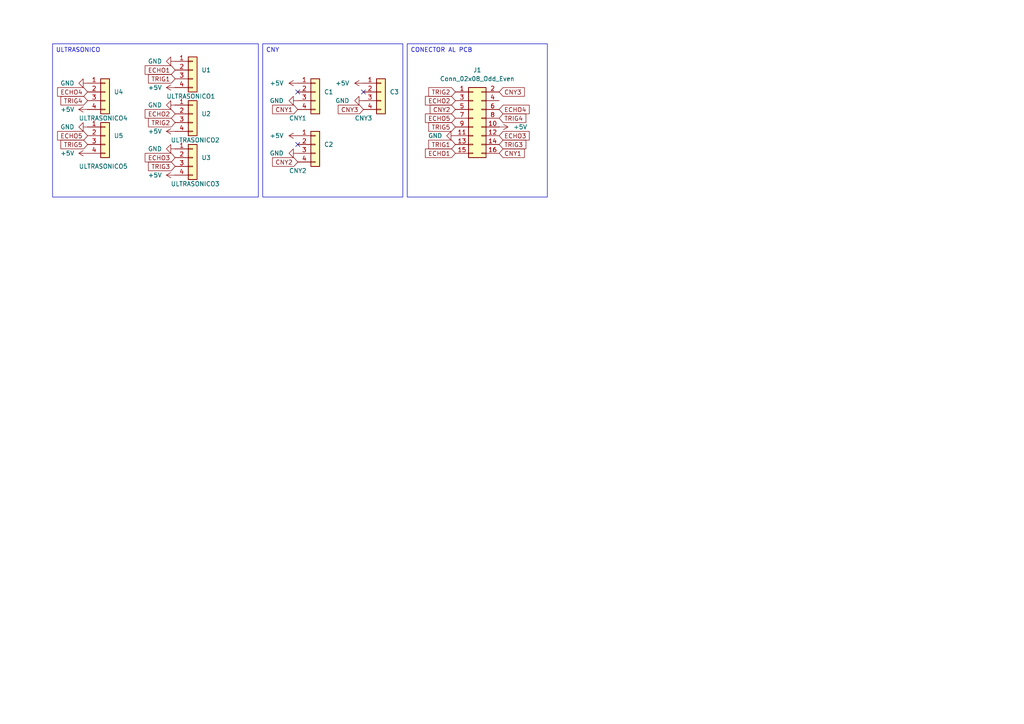
<source format=kicad_sch>
(kicad_sch (version 20231120) (generator "eeschema") (generator_version "8.0")
  (paper "A4")
  (lib_symbols
    (symbol "Connector_Generic:Conn_01x04" (pin_names (offset 1.016) hide)
      (property "Reference" "J" (at 0 5.08 0))
      (property "Value" "Conn_01x04" (at 0 -7.62 0))
      (symbol "Conn_01x04_1_1"
        (rectangle (start -1.27 -4.953) (end 0 -5.207) (stroke (width 0.1524)))
        (rectangle (start -1.27 -2.413) (end 0 -2.667) (stroke (width 0.1524)))
        (rectangle (start -1.27 0.127) (end 0 -0.127) (stroke (width 0.1524)))
        (rectangle (start -1.27 2.667) (end 0 2.413) (stroke (width 0.1524)))
        (rectangle (start -1.27 3.81) (end 1.27 -6.35) (stroke (width 0.254)) (fill (type background)))
        (pin passive line (at -5.08 2.54 0) (length 3.81) (name "Pin_1") (number "1"))
        (pin passive line (at -5.08 0 0) (length 3.81) (name "Pin_2") (number "2"))
        (pin passive line (at -5.08 -2.54 0) (length 3.81) (name "Pin_3") (number "3"))
        (pin passive line (at -5.08 -5.08 0) (length 3.81) (name "Pin_4") (number "4"))
      )
    )
    (symbol "Connector_Generic:Conn_02x08_Odd_Even" (pin_names (offset 1.016) hide)
      (property "Reference" "J" (at 1.27 10.16 0))
      (property "Value" "Conn_02x08_Odd_Even" (at 1.27 -12.7 0))
      (symbol "Conn_02x08_Odd_Even_1_1"
        (rectangle (start -1.27 -10.033) (end 0 -10.287) (stroke (width 0.1524)))
        (rectangle (start -1.27 -7.493) (end 0 -7.747) (stroke (width 0.1524)))
        (rectangle (start -1.27 -4.953) (end 0 -5.207) (stroke (width 0.1524)))
        (rectangle (start -1.27 -2.413) (end 0 -2.667) (stroke (width 0.1524)))
        (rectangle (start -1.27 0.127) (end 0 -0.127) (stroke (width 0.1524)))
        (rectangle (start -1.27 2.667) (end 0 2.413) (stroke (width 0.1524)))
        (rectangle (start -1.27 5.207) (end 0 4.953) (stroke (width 0.1524)))
        (rectangle (start -1.27 7.747) (end 0 7.493) (stroke (width 0.1524)))
        (rectangle (start -1.27 8.89) (end 3.81 -11.43) (stroke (width 0.254)) (fill (type background)))
        (rectangle (start 3.81 -10.033) (end 2.54 -10.287) (stroke (width 0.1524)))
        (rectangle (start 3.81 -7.493) (end 2.54 -7.747) (stroke (width 0.1524)))
        (rectangle (start 3.81 -4.953) (end 2.54 -5.207) (stroke (width 0.1524)))
        (rectangle (start 3.81 -2.413) (end 2.54 -2.667) (stroke (width 0.1524)))
        (rectangle (start 3.81 0.127) (end 2.54 -0.127) (stroke (width 0.1524)))
        (rectangle (start 3.81 2.667) (end 2.54 2.413) (stroke (width 0.1524)))
        (rectangle (start 3.81 5.207) (end 2.54 4.953) (stroke (width 0.1524)))
        (rectangle (start 3.81 7.747) (end 2.54 7.493) (stroke (width 0.1524)))
        (pin passive line (at -5.08 7.62 0) (length 3.81) (name "Pin_1") (number "1"))
        (pin passive line (at 7.62 -2.54 180) (length 3.81) (name "Pin_10") (number "10"))
        (pin passive line (at -5.08 -5.08 0) (length 3.81) (name "Pin_11") (number "11"))
        (pin passive line (at 7.62 -5.08 180) (length 3.81) (name "Pin_12") (number "12"))
        (pin passive line (at -5.08 -7.62 0) (length 3.81) (name "Pin_13") (number "13"))
        (pin passive line (at 7.62 -7.62 180) (length 3.81) (name "Pin_14") (number "14"))
        (pin passive line (at -5.08 -10.16 0) (length 3.81) (name "Pin_15") (number "15"))
        (pin passive line (at 7.62 -10.16 180) (length 3.81) (name "Pin_16") (number "16"))
        (pin passive line (at 7.62 7.62 180) (length 3.81) (name "Pin_2") (number "2"))
        (pin passive line (at -5.08 5.08 0) (length 3.81) (name "Pin_3") (number "3"))
        (pin passive line (at 7.62 5.08 180) (length 3.81) (name "Pin_4") (number "4"))
        (pin passive line (at -5.08 2.54 0) (length 3.81) (name "Pin_5") (number "5"))
        (pin passive line (at 7.62 2.54 180) (length 3.81) (name "Pin_6") (number "6"))
        (pin passive line (at -5.08 0 0) (length 3.81) (name "Pin_7") (number "7"))
        (pin passive line (at 7.62 0 180) (length 3.81) (name "Pin_8") (number "8"))
        (pin passive line (at -5.08 -2.54 0) (length 3.81) (name "Pin_9") (number "9"))
      )
    )
    (symbol "power:+5V" (power) (pin_numbers hide) (pin_names (offset 0) hide)
      (property "Value" "+5V" (at 0 3.556 0))
      (symbol "+5V_0_1"
        (polyline (pts (xy -0.762 1.27) (xy 0 2.54)))
        (polyline (pts (xy 0 0) (xy 0 2.54)))
        (polyline (pts (xy 0 2.54) (xy 0.762 1.27)))
      )
      (symbol "+5V_1_1"
        (pin power_in line (at 0 0 90) (length 0) (name "~") (number "1"))
      )
    )
    (symbol "power:GND" (power) (pin_numbers hide) (pin_names (offset 0) hide)
      (property "Value" "GND" (at 0 -3.81 0))
      (symbol "GND_0_1"
        (polyline (pts (xy 0 0) (xy 0 -1.27) (xy 1.27 -1.27) (xy 0 -2.54) (xy -1.27 -1.27) (xy 0 -1.27)))
      )
      (symbol "GND_1_1"
        (pin power_in line (at 0 0 270) (length 0) (name "~") (number "1"))
      )
    )
  )
  (no_connect (at 105.41 26.67))
  (no_connect (at 86.36 41.91))
  (no_connect (at 86.36 26.67))
  (text_box "CONECTOR AL PCB" (at 118.11 12.7 0) (size 40.64 44.45) (effects (font (size 1.27 1.27)) (justify left top)))
  (text_box "ULTRASONICO" (at 15.24 12.7 0) (size 59.69 44.45) (effects (font (size 1.27 1.27)) (justify left top)))
  (text_box "CNY" (at 76.2 12.7 0) (size 40.64 44.45) (effects (font (size 1.27 1.27)) (justify left top)))
  (global_label "ECHO1" (shape input) (at 50.8 20.32 180) (property "Intersheetrefs" "${INTERSHEET_REFS}" (effects (hide yes))))
  (global_label "TRIG1" (shape input) (at 50.8 22.86 180) (property "Intersheetrefs" "${INTERSHEET_REFS}" (effects (hide yes))))
  (global_label "CNY3" (shape input) (at 144.78 26.67 0) (property "Intersheetrefs" "${INTERSHEET_REFS}" (effects (hide yes))))
  (global_label "TRIG3" (shape input) (at 50.8 48.26 180) (property "Intersheetrefs" "${INTERSHEET_REFS}" (effects (hide yes))))
  (global_label "TRIG5" (shape input) (at 25.4 41.91 180) (property "Intersheetrefs" "${INTERSHEET_REFS}" (effects (hide yes))))
  (global_label "TRIG2" (shape input) (at 50.8 35.56 180) (property "Intersheetrefs" "${INTERSHEET_REFS}" (effects (hide yes))))
  (global_label "CNY2" (shape input) (at 86.36 46.99 180) (property "Intersheetrefs" "${INTERSHEET_REFS}" (effects (hide yes))))
  (global_label "CNY3" (shape input) (at 105.41 31.75 180) (property "Intersheetrefs" "${INTERSHEET_REFS}" (effects (hide yes))))
  (global_label "TRIG3" (shape input) (at 144.78 41.91 0) (property "Intersheetrefs" "${INTERSHEET_REFS}" (effects (hide yes))))
  (global_label "TRIG4" (shape input) (at 144.78 34.29 0) (property "Intersheetrefs" "${INTERSHEET_REFS}" (effects (hide yes))))
  (global_label "CNY1" (shape input) (at 144.78 44.45 0) (property "Intersheetrefs" "${INTERSHEET_REFS}" (effects (hide yes))))
  (global_label "ECHO2" (shape input) (at 132.08 29.21 180) (property "Intersheetrefs" "${INTERSHEET_REFS}" (effects (hide yes))))
  (global_label "ECHO4" (shape input) (at 25.4 26.67 180) (property "Intersheetrefs" "${INTERSHEET_REFS}" (effects (hide yes))))
  (global_label "ECHO3" (shape input) (at 144.78 39.37 0) (property "Intersheetrefs" "${INTERSHEET_REFS}" (effects (hide yes))))
  (global_label "TRIG5" (shape input) (at 132.08 36.83 180) (property "Intersheetrefs" "${INTERSHEET_REFS}" (effects (hide yes))))
  (global_label "ECHO4" (shape input) (at 144.78 31.75 0) (property "Intersheetrefs" "${INTERSHEET_REFS}" (effects (hide yes))))
  (global_label "ECHO2" (shape input) (at 50.8 33.02 180) (property "Intersheetrefs" "${INTERSHEET_REFS}" (effects (hide yes))))
  (global_label "ECHO5" (shape input) (at 25.4 39.37 180) (property "Intersheetrefs" "${INTERSHEET_REFS}" (effects (hide yes))))
  (global_label "TRIG4" (shape input) (at 25.4 29.21 180) (property "Intersheetrefs" "${INTERSHEET_REFS}" (effects (hide yes))))
  (global_label "CNY2" (shape input) (at 132.08 31.75 180) (property "Intersheetrefs" "${INTERSHEET_REFS}" (effects (hide yes))))
  (global_label "ECHO3" (shape input) (at 50.8 45.72 180) (property "Intersheetrefs" "${INTERSHEET_REFS}" (effects (hide yes))))
  (global_label "CNY1" (shape input) (at 86.36 31.75 180) (property "Intersheetrefs" "${INTERSHEET_REFS}" (effects (hide yes))))
  (global_label "TRIG1" (shape input) (at 132.08 41.91 180) (property "Intersheetrefs" "${INTERSHEET_REFS}" (effects (hide yes))))
  (global_label "ECHO5" (shape input) (at 132.08 34.29 180) (property "Intersheetrefs" "${INTERSHEET_REFS}" (effects (hide yes))))
  (global_label "ECHO1" (shape input) (at 132.08 44.45 180) (property "Intersheetrefs" "${INTERSHEET_REFS}" (effects (hide yes))))
  (global_label "TRIG2" (shape input) (at 132.08 26.67 180) (property "Intersheetrefs" "${INTERSHEET_REFS}" (effects (hide yes))))
  (symbol (lib_id "power:GND") (at 86.36 44.45 270) (unit 1)
    (property "Reference" "#PWR014" (effects (hide yes)))
    (property "Value" "GND" (at 82.296 44.4499 90) (effects (justify right)))
    (property "Description" "Power symbol creates a global label with name \"GND\" , ground" (effects (hide yes)))
  )
  (symbol (lib_id "power:GND") (at 50.8 17.78 270) (unit 1)
    (property "Reference" "#PWR01" (effects (hide yes)))
    (property "Value" "GND" (at 46.99 17.7799 90) (effects (justify right)))
    (property "Description" "Power symbol creates a global label with name \"GND\" , ground" (effects (hide yes)))
  )
  (symbol (lib_id "Connector_Generic:Conn_01x04") (at 91.44 41.91 0) (unit 1)
    (property "Reference" "C2" (at 93.98 41.9099 0) (effects (justify left)))
    (property "Value" "CNY2" (at 83.82 49.53 0) (effects (justify left)))
    (property "Footprint" "Connector_PinHeader_2.54mm:PinHeader_1x04_P2.54mm_Horizontal" (effects (hide yes)))
    (property "Description" "Generic connector, single row, 01x04, script generated (kicad-library-utils/schlib/autogen/connector/)" (effects (hide yes)))
  )
  (symbol (lib_id "Connector_Generic:Conn_01x04") (at 55.88 20.32 0) (unit 1)
    (property "Reference" "U1" (at 58.42 20.3199 0) (effects (justify left)))
    (property "Value" "ULTRASONICO1" (at 48.26 27.94 0) (effects (justify left)))
    (property "Footprint" "Connector_PinHeader_2.54mm:PinHeader_1x04_P2.54mm_Horizontal" (effects (hide yes)))
    (property "Description" "Generic connector, single row, 01x04, script generated (kicad-library-utils/schlib/autogen/connector/)" (effects (hide yes)))
  )
  (symbol (lib_id "power:GND") (at 86.36 29.21 270) (unit 1)
    (property "Reference" "#PWR012" (effects (hide yes)))
    (property "Value" "GND" (at 82.296 29.2099 90) (effects (justify right)))
    (property "Description" "Power symbol creates a global label with name \"GND\" , ground" (effects (hide yes)))
  )
  (symbol (lib_id "Connector_Generic:Conn_01x04") (at 55.88 33.02 0) (unit 1)
    (property "Reference" "U2" (at 58.42 33.0199 0) (effects (justify left)))
    (property "Value" "ULTRASONICO2" (at 49.53 40.64 0) (effects (justify left)))
    (property "Footprint" "Connector_PinHeader_2.54mm:PinHeader_1x04_P2.54mm_Horizontal" (effects (hide yes)))
    (property "Description" "Generic connector, single row, 01x04, script generated (kicad-library-utils/schlib/autogen/connector/)" (effects (hide yes)))
  )
  (symbol (lib_id "Connector_Generic:Conn_02x08_Odd_Even") (at 137.16 34.29 0) (unit 1)
    (property "Reference" "J1" (at 138.43 20.32 0))
    (property "Value" "Conn_02x08_Odd_Even" (at 138.43 22.86 0))
    (property "Footprint" "Connector_PinHeader_2.54mm:PinHeader_2x08_P2.54mm_Horizontal" (effects (hide yes)))
    (property "Description" "Generic connector, double row, 02x08, odd/even pin numbering scheme (row 1 odd numbers, row 2 even numbers), script generated (kicad-library-utils/schlib/autogen/connector/)" (effects (hide yes)))
  )
  (symbol (lib_id "power:+5V") (at 25.4 31.75 90) (unit 1)
    (property "Reference" "#PWR010" (effects (hide yes)))
    (property "Value" "+5V" (at 21.59 31.7499 90) (effects (justify left)))
    (property "Description" "Power symbol creates a global label with name \"+5V\"" (effects (hide yes)))
  )
  (symbol (lib_id "power:GND") (at 25.4 36.83 270) (unit 1)
    (property "Reference" "#PWR07" (effects (hide yes)))
    (property "Value" "GND" (at 21.59 36.8299 90) (effects (justify right)))
    (property "Description" "Power symbol creates a global label with name \"GND\" , ground" (effects (hide yes)))
  )
  (symbol (lib_id "power:+5V") (at 50.8 38.1 90) (unit 1)
    (property "Reference" "#PWR04" (effects (hide yes)))
    (property "Value" "+5V" (at 46.99 38.0999 90) (effects (justify left)))
    (property "Description" "Power symbol creates a global label with name \"+5V\"" (effects (hide yes)))
  )
  (symbol (lib_id "power:+5V") (at 105.41 24.13 90) (unit 1)
    (property "Reference" "#PWR015" (effects (hide yes)))
    (property "Value" "+5V" (at 101.346 24.1299 90) (effects (justify left)))
    (property "Description" "Power symbol creates a global label with name \"+5V\"" (effects (hide yes)))
  )
  (symbol (lib_id "power:GND") (at 132.08 39.37 270) (unit 1)
    (property "Reference" "#PWR020" (effects (hide yes)))
    (property "Value" "GND" (at 128.27 39.3699 90) (effects (justify right)))
    (property "Description" "Power symbol creates a global label with name \"GND\" , ground" (effects (hide yes)))
  )
  (symbol (lib_id "power:+5V") (at 86.36 39.37 90) (unit 1)
    (property "Reference" "#PWR013" (effects (hide yes)))
    (property "Value" "+5V" (at 82.296 39.3699 90) (effects (justify left)))
    (property "Description" "Power symbol creates a global label with name \"+5V\"" (effects (hide yes)))
  )
  (symbol (lib_id "Connector_Generic:Conn_01x04") (at 91.44 26.67 0) (unit 1)
    (property "Reference" "C1" (at 93.98 26.6699 0) (effects (justify left)))
    (property "Value" "CNY1" (at 83.82 34.29 0) (effects (justify left)))
    (property "Footprint" "Connector_PinHeader_2.54mm:PinHeader_1x04_P2.54mm_Horizontal" (effects (hide yes)))
    (property "Description" "Generic connector, single row, 01x04, script generated (kicad-library-utils/schlib/autogen/connector/)" (effects (hide yes)))
  )
  (symbol (lib_id "power:+5V") (at 144.78 36.83 270) (unit 1)
    (property "Reference" "#PWR019" (effects (hide yes)))
    (property "Value" "+5V" (at 148.844 36.8301 90) (effects (justify left)))
    (property "Description" "Power symbol creates a global label with name \"+5V\"" (effects (hide yes)))
  )
  (symbol (lib_id "power:+5V") (at 86.36 24.13 90) (unit 1)
    (property "Reference" "#PWR011" (effects (hide yes)))
    (property "Value" "+5V" (at 82.296 24.1299 90) (effects (justify left)))
    (property "Description" "Power symbol creates a global label with name \"+5V\"" (effects (hide yes)))
  )
  (symbol (lib_id "power:GND") (at 50.8 43.18 270) (unit 1)
    (property "Reference" "#PWR05" (effects (hide yes)))
    (property "Value" "GND" (at 46.99 43.1799 90) (effects (justify right)))
    (property "Description" "Power symbol creates a global label with name \"GND\" , ground" (effects (hide yes)))
  )
  (symbol (lib_id "power:+5V") (at 25.4 44.45 90) (unit 1)
    (property "Reference" "#PWR08" (effects (hide yes)))
    (property "Value" "+5V" (at 21.59 44.4499 90) (effects (justify left)))
    (property "Description" "Power symbol creates a global label with name \"+5V\"" (effects (hide yes)))
  )
  (symbol (lib_id "power:+5V") (at 50.8 25.4 90) (unit 1)
    (property "Reference" "#PWR02" (effects (hide yes)))
    (property "Value" "+5V" (at 46.99 25.3999 90) (effects (justify left)))
    (property "Description" "Power symbol creates a global label with name \"+5V\"" (effects (hide yes)))
  )
  (symbol (lib_id "power:GND") (at 50.8 30.48 270) (unit 1)
    (property "Reference" "#PWR03" (effects (hide yes)))
    (property "Value" "GND" (at 46.99 30.4799 90) (effects (justify right)))
    (property "Description" "Power symbol creates a global label with name \"GND\" , ground" (effects (hide yes)))
  )
  (symbol (lib_id "Connector_Generic:Conn_01x04") (at 30.48 26.67 0) (unit 1)
    (property "Reference" "U4" (at 33.02 26.6699 0) (effects (justify left)))
    (property "Value" "ULTRASONICO4" (at 22.86 34.29 0) (effects (justify left)))
    (property "Footprint" "Connector_PinHeader_2.54mm:PinHeader_1x04_P2.54mm_Horizontal" (effects (hide yes)))
    (property "Description" "Generic connector, single row, 01x04, script generated (kicad-library-utils/schlib/autogen/connector/)" (effects (hide yes)))
  )
  (symbol (lib_id "Connector_Generic:Conn_01x04") (at 55.88 45.72 0) (unit 1)
    (property "Reference" "U3" (at 58.42 45.7199 0) (effects (justify left)))
    (property "Value" "ULTRASONICO3" (at 49.53 53.34 0) (effects (justify left)))
    (property "Footprint" "Connector_PinHeader_2.54mm:PinHeader_1x04_P2.54mm_Horizontal" (effects (hide yes)))
    (property "Description" "Generic connector, single row, 01x04, script generated (kicad-library-utils/schlib/autogen/connector/)" (effects (hide yes)))
  )
  (symbol (lib_id "power:GND") (at 105.41 29.21 270) (unit 1)
    (property "Reference" "#PWR016" (effects (hide yes)))
    (property "Value" "GND" (at 101.346 29.2099 90) (effects (justify right)))
    (property "Description" "Power symbol creates a global label with name \"GND\" , ground" (effects (hide yes)))
  )
  (symbol (lib_id "power:+5V") (at 50.8 50.8 90) (unit 1)
    (property "Reference" "#PWR06" (effects (hide yes)))
    (property "Value" "+5V" (at 46.99 50.7999 90) (effects (justify left)))
    (property "Description" "Power symbol creates a global label with name \"+5V\"" (effects (hide yes)))
  )
  (symbol (lib_id "Connector_Generic:Conn_01x04") (at 110.49 26.67 0) (unit 1)
    (property "Reference" "C3" (at 113.03 26.6699 0) (effects (justify left)))
    (property "Value" "CNY3" (at 102.87 34.29 0) (effects (justify left)))
    (property "Footprint" "Connector_PinHeader_2.54mm:PinHeader_1x04_P2.54mm_Horizontal" (effects (hide yes)))
    (property "Description" "Generic connector, single row, 01x04, script generated (kicad-library-utils/schlib/autogen/connector/)" (effects (hide yes)))
  )
  (symbol (lib_id "power:GND") (at 25.4 24.13 270) (unit 1)
    (property "Reference" "#PWR09" (effects (hide yes)))
    (property "Value" "GND" (at 21.59 24.1299 90) (effects (justify right)))
    (property "Description" "Power symbol creates a global label with name \"GND\" , ground" (effects (hide yes)))
  )
  (symbol (lib_id "Connector_Generic:Conn_01x04") (at 30.48 39.37 0) (unit 1)
    (property "Reference" "U5" (at 33.02 39.3699 0) (effects (justify left)))
    (property "Value" "ULTRASONICO5" (at 22.86 48.26 0) (effects (justify left)))
    (property "Footprint" "Connector_PinHeader_2.54mm:PinHeader_1x04_P2.54mm_Vertical" (effects (hide yes)))
    (property "Description" "Generic connector, single row, 01x04, script generated (kicad-library-utils/schlib/autogen/connector/)" (effects (hide yes)))
  )
)
</source>
